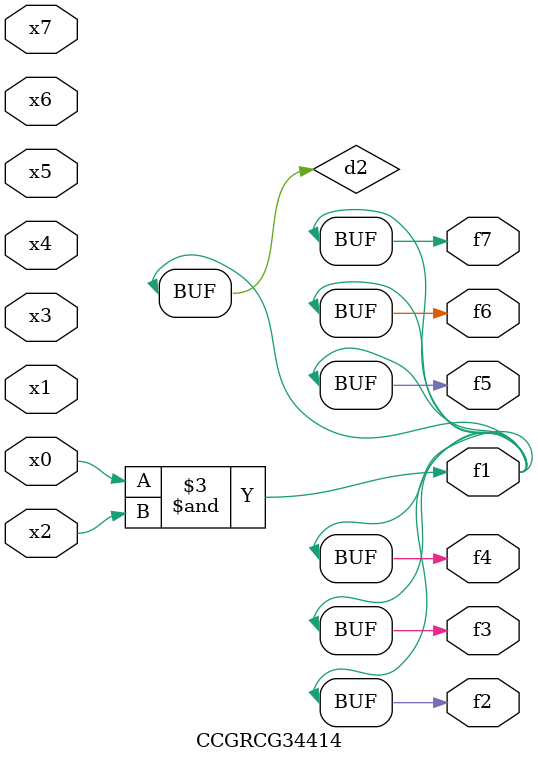
<source format=v>
module CCGRCG34414(
	input x0, x1, x2, x3, x4, x5, x6, x7,
	output f1, f2, f3, f4, f5, f6, f7
);

	wire d1, d2;

	nor (d1, x3, x6);
	and (d2, x0, x2);
	assign f1 = d2;
	assign f2 = d2;
	assign f3 = d2;
	assign f4 = d2;
	assign f5 = d2;
	assign f6 = d2;
	assign f7 = d2;
endmodule

</source>
